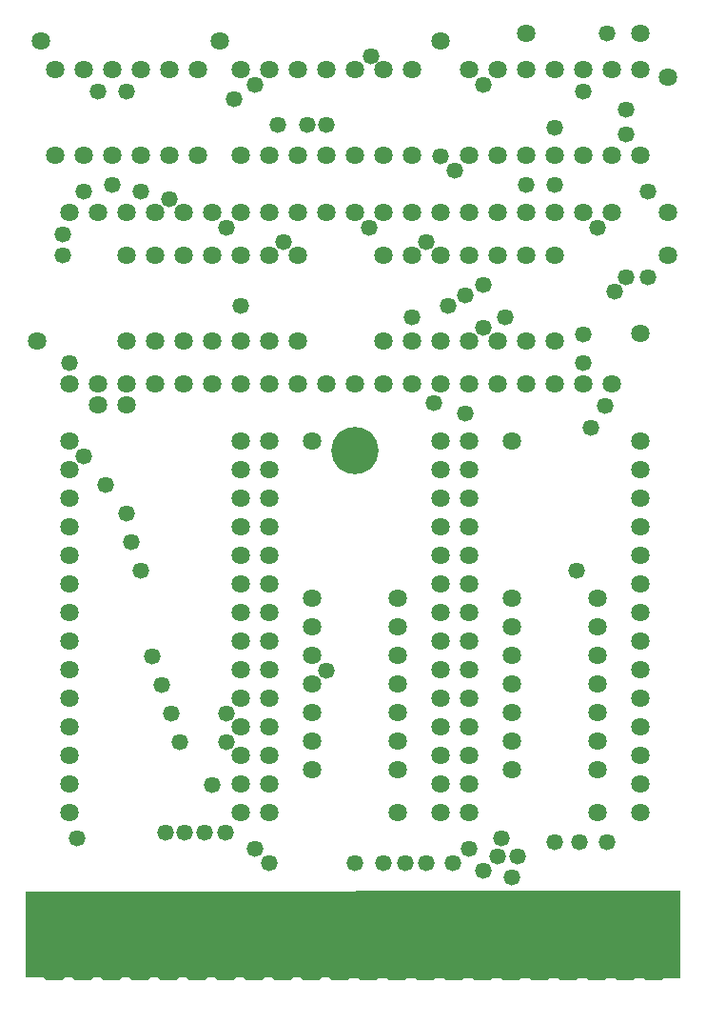
<source format=gbr>
%FSLAX34Y34*%
%MOMM*%
%LNSOLDERMASK_BOTTOM*%
G71*
G01*
%ADD10C,1.630*%
%ADD11C,1.470*%
%ADD12C,4.200*%
%ADD13C,0.600*%
%LPD*%
X63500Y-342000D02*
G54D10*
D03*
X63500Y-322950D02*
G54D10*
D03*
X88900Y-322950D02*
G54D10*
D03*
X114300Y-322950D02*
G54D10*
D03*
X139700Y-322950D02*
G54D10*
D03*
X88900Y-342000D02*
G54D10*
D03*
X165100Y-322950D02*
G54D10*
D03*
X38100Y-322950D02*
G54D10*
D03*
X38100Y-373750D02*
G54D10*
D03*
X190500Y-373750D02*
G54D10*
D03*
X190500Y-399150D02*
G54D10*
D03*
X38100Y-399150D02*
G54D10*
D03*
X190500Y-322950D02*
G54D10*
D03*
X215900Y-322950D02*
G54D10*
D03*
X241300Y-322950D02*
G54D10*
D03*
X266700Y-322950D02*
G54D10*
D03*
X292100Y-322950D02*
G54D10*
D03*
X317500Y-322950D02*
G54D10*
D03*
X342900Y-322950D02*
G54D10*
D03*
X368300Y-322950D02*
G54D10*
D03*
X393700Y-322950D02*
G54D10*
D03*
X419100Y-322950D02*
G54D10*
D03*
X444500Y-322950D02*
G54D10*
D03*
X469900Y-322950D02*
G54D10*
D03*
X495300Y-322950D02*
G54D10*
D03*
X520700Y-322950D02*
G54D10*
D03*
X38100Y-424550D02*
G54D10*
D03*
X38100Y-449950D02*
G54D10*
D03*
X38100Y-475350D02*
G54D10*
D03*
X38100Y-500750D02*
G54D10*
D03*
X38100Y-526150D02*
G54D10*
D03*
X38100Y-551550D02*
G54D10*
D03*
X38100Y-576950D02*
G54D10*
D03*
X38100Y-602350D02*
G54D10*
D03*
X38100Y-627750D02*
G54D10*
D03*
X38100Y-653150D02*
G54D10*
D03*
X38100Y-678550D02*
G54D10*
D03*
X38100Y-703950D02*
G54D10*
D03*
X190500Y-424550D02*
G54D10*
D03*
X190500Y-449950D02*
G54D10*
D03*
X190500Y-475350D02*
G54D10*
D03*
X190500Y-500750D02*
G54D10*
D03*
X190500Y-526150D02*
G54D10*
D03*
X190500Y-551550D02*
G54D10*
D03*
X190500Y-576950D02*
G54D10*
D03*
X190500Y-602350D02*
G54D10*
D03*
X190500Y-627750D02*
G54D10*
D03*
X190500Y-653150D02*
G54D10*
D03*
X190500Y-678550D02*
G54D10*
D03*
X190500Y-703950D02*
G54D10*
D03*
X215900Y-373750D02*
G54D10*
D03*
X215900Y-399150D02*
G54D10*
D03*
X215900Y-424550D02*
G54D10*
D03*
X215900Y-449950D02*
G54D10*
D03*
X215900Y-475350D02*
G54D10*
D03*
X215900Y-500750D02*
G54D10*
D03*
X215900Y-526150D02*
G54D10*
D03*
X215900Y-551550D02*
G54D10*
D03*
X215900Y-576950D02*
G54D10*
D03*
X215900Y-602350D02*
G54D10*
D03*
X215900Y-627750D02*
G54D10*
D03*
X215900Y-653150D02*
G54D10*
D03*
X215900Y-678550D02*
G54D10*
D03*
X215900Y-703950D02*
G54D10*
D03*
X368300Y-373750D02*
G54D10*
D03*
X368300Y-399150D02*
G54D10*
D03*
X368300Y-424550D02*
G54D10*
D03*
X368300Y-449950D02*
G54D10*
D03*
X368300Y-475350D02*
G54D10*
D03*
X368300Y-500750D02*
G54D10*
D03*
X368300Y-526150D02*
G54D10*
D03*
X368300Y-551550D02*
G54D10*
D03*
X368300Y-576950D02*
G54D10*
D03*
X368300Y-602350D02*
G54D10*
D03*
X368300Y-627750D02*
G54D10*
D03*
X368300Y-653150D02*
G54D10*
D03*
X368300Y-678550D02*
G54D10*
D03*
X368300Y-703950D02*
G54D10*
D03*
X393700Y-373750D02*
G54D10*
D03*
X393700Y-399150D02*
G54D10*
D03*
X393700Y-424550D02*
G54D10*
D03*
X393700Y-449950D02*
G54D10*
D03*
X393700Y-475350D02*
G54D10*
D03*
X393700Y-500750D02*
G54D10*
D03*
X393700Y-526150D02*
G54D10*
D03*
X393700Y-551550D02*
G54D10*
D03*
X393700Y-576950D02*
G54D10*
D03*
X393700Y-602350D02*
G54D10*
D03*
X393700Y-627750D02*
G54D10*
D03*
X393700Y-653150D02*
G54D10*
D03*
X393700Y-678550D02*
G54D10*
D03*
X393700Y-703950D02*
G54D10*
D03*
X546100Y-373750D02*
G54D10*
D03*
X546100Y-399150D02*
G54D10*
D03*
X546100Y-424550D02*
G54D10*
D03*
X546100Y-449950D02*
G54D10*
D03*
X546100Y-475350D02*
G54D10*
D03*
X546100Y-500750D02*
G54D10*
D03*
X546100Y-526150D02*
G54D10*
D03*
X546100Y-551550D02*
G54D10*
D03*
X546100Y-576950D02*
G54D10*
D03*
X546100Y-602350D02*
G54D10*
D03*
X546100Y-627750D02*
G54D10*
D03*
X546100Y-653150D02*
G54D10*
D03*
X546100Y-678550D02*
G54D10*
D03*
X546100Y-703950D02*
G54D10*
D03*
X330200Y-703950D02*
G54D10*
D03*
X330200Y-665850D02*
G54D10*
D03*
X330200Y-640450D02*
G54D10*
D03*
X330200Y-615050D02*
G54D10*
D03*
X330200Y-589650D02*
G54D10*
D03*
X254000Y-665850D02*
G54D10*
D03*
X254000Y-640450D02*
G54D10*
D03*
X254000Y-615050D02*
G54D10*
D03*
X254000Y-589650D02*
G54D10*
D03*
X254000Y-564250D02*
G54D10*
D03*
X254000Y-538850D02*
G54D10*
D03*
X330200Y-538850D02*
G54D10*
D03*
X330200Y-564250D02*
G54D10*
D03*
X254000Y-513450D02*
G54D10*
D03*
X330200Y-513450D02*
G54D10*
D03*
X431800Y-513450D02*
G54D10*
D03*
X431800Y-538850D02*
G54D10*
D03*
X431800Y-564250D02*
G54D10*
D03*
X431800Y-589650D02*
G54D10*
D03*
X431800Y-615050D02*
G54D10*
D03*
X431800Y-640450D02*
G54D10*
D03*
X431800Y-665850D02*
G54D10*
D03*
X508000Y-513450D02*
G54D10*
D03*
X508000Y-538850D02*
G54D10*
D03*
X508000Y-564250D02*
G54D10*
D03*
X508000Y-589650D02*
G54D10*
D03*
X508000Y-615050D02*
G54D10*
D03*
X508000Y-640450D02*
G54D10*
D03*
X508000Y-665850D02*
G54D10*
D03*
X9525Y-284850D02*
G54D10*
D03*
X88900Y-284850D02*
G54D10*
D03*
X114300Y-284850D02*
G54D10*
D03*
X139700Y-284850D02*
G54D10*
D03*
X165100Y-284850D02*
G54D10*
D03*
X190500Y-284850D02*
G54D10*
D03*
X215900Y-284850D02*
G54D10*
D03*
X241300Y-284850D02*
G54D10*
D03*
X317500Y-284850D02*
G54D10*
D03*
X342900Y-284850D02*
G54D10*
D03*
X368300Y-284850D02*
G54D10*
D03*
X393700Y-284850D02*
G54D10*
D03*
X419100Y-284850D02*
G54D10*
D03*
X444500Y-284850D02*
G54D10*
D03*
X469900Y-284850D02*
G54D10*
D03*
X546100Y-278500D02*
G54D10*
D03*
X88900Y-208650D02*
G54D10*
D03*
X114300Y-208650D02*
G54D10*
D03*
X139700Y-208650D02*
G54D10*
D03*
X165100Y-208650D02*
G54D10*
D03*
X190500Y-208650D02*
G54D10*
D03*
X215900Y-208650D02*
G54D10*
D03*
X241300Y-208650D02*
G54D10*
D03*
X317500Y-208650D02*
G54D10*
D03*
X342900Y-208650D02*
G54D10*
D03*
X368300Y-208650D02*
G54D10*
D03*
X393700Y-208650D02*
G54D10*
D03*
X419100Y-208650D02*
G54D10*
D03*
X444500Y-208650D02*
G54D10*
D03*
X469900Y-208650D02*
G54D10*
D03*
X570706Y-208650D02*
G54D10*
D03*
X570706Y-170550D02*
G54D10*
D03*
X520700Y-170550D02*
G54D10*
D03*
X254000Y-373750D02*
G54D10*
D03*
X38100Y-170550D02*
G54D10*
D03*
X63500Y-170550D02*
G54D10*
D03*
X88900Y-170550D02*
G54D10*
D03*
X114300Y-170550D02*
G54D10*
D03*
X139700Y-170550D02*
G54D10*
D03*
X165100Y-170550D02*
G54D10*
D03*
X190500Y-170550D02*
G54D10*
D03*
X215900Y-170550D02*
G54D10*
D03*
X241300Y-170550D02*
G54D10*
D03*
X266700Y-170550D02*
G54D10*
D03*
X292100Y-170550D02*
G54D10*
D03*
X317500Y-170550D02*
G54D10*
D03*
X342900Y-170550D02*
G54D10*
D03*
X368300Y-170550D02*
G54D10*
D03*
X393700Y-170550D02*
G54D10*
D03*
X419100Y-170550D02*
G54D10*
D03*
X444500Y-170550D02*
G54D10*
D03*
X469900Y-170550D02*
G54D10*
D03*
X495300Y-170550D02*
G54D10*
D03*
X25400Y-119750D02*
G54D10*
D03*
X50800Y-119750D02*
G54D10*
D03*
X76200Y-119750D02*
G54D10*
D03*
X101600Y-119750D02*
G54D10*
D03*
X127000Y-119750D02*
G54D10*
D03*
X152400Y-119750D02*
G54D10*
D03*
X190500Y-119750D02*
G54D10*
D03*
X215900Y-119750D02*
G54D10*
D03*
X241300Y-119750D02*
G54D10*
D03*
X266700Y-119750D02*
G54D10*
D03*
X292100Y-119750D02*
G54D10*
D03*
X317500Y-119750D02*
G54D10*
D03*
X342900Y-119750D02*
G54D10*
D03*
X393700Y-119750D02*
G54D10*
D03*
X419100Y-119750D02*
G54D10*
D03*
X444500Y-119750D02*
G54D10*
D03*
X469900Y-119750D02*
G54D10*
D03*
X495300Y-119750D02*
G54D10*
D03*
X520700Y-119750D02*
G54D10*
D03*
X546100Y-119750D02*
G54D10*
D03*
X25400Y-43550D02*
G54D10*
D03*
X50800Y-43550D02*
G54D10*
D03*
X76200Y-43550D02*
G54D10*
D03*
X101600Y-43550D02*
G54D10*
D03*
X127000Y-43550D02*
G54D10*
D03*
X152400Y-43550D02*
G54D10*
D03*
X190500Y-43550D02*
G54D10*
D03*
X215900Y-43550D02*
G54D10*
D03*
X241300Y-43550D02*
G54D10*
D03*
X266700Y-43550D02*
G54D10*
D03*
X292100Y-43550D02*
G54D10*
D03*
X317500Y-43550D02*
G54D10*
D03*
X393700Y-43550D02*
G54D10*
D03*
X419100Y-43550D02*
G54D10*
D03*
X444500Y-43550D02*
G54D10*
D03*
X469900Y-43550D02*
G54D10*
D03*
X495300Y-43550D02*
G54D10*
D03*
X520700Y-43550D02*
G54D10*
D03*
X546100Y-43550D02*
G54D10*
D03*
X12700Y-18150D02*
G54D10*
D03*
X171450Y-18150D02*
G54D10*
D03*
X368300Y-18150D02*
G54D10*
D03*
X444500Y-11800D02*
G54D10*
D03*
X546100Y-11800D02*
G54D10*
D03*
X508000Y-703950D02*
G54D10*
D03*
X570706Y-50694D02*
G54D10*
D03*
X63500Y-63500D02*
G54D11*
D03*
X88900Y-63500D02*
G54D11*
D03*
X184150Y-69850D02*
G54D11*
D03*
X203200Y-57150D02*
G54D11*
D03*
X406400Y-57150D02*
G54D11*
D03*
X495300Y-63103D02*
G54D11*
D03*
X342900Y-43550D02*
G54D10*
D03*
X223044Y-92869D02*
G54D11*
D03*
X249238Y-92869D02*
G54D11*
D03*
X266700Y-92869D02*
G54D11*
D03*
X469900Y-95250D02*
G54D11*
D03*
X533400Y-101600D02*
G54D11*
D03*
X533400Y-79375D02*
G54D11*
D03*
X368300Y-120650D02*
G54D11*
D03*
X381000Y-133350D02*
G54D11*
D03*
X444500Y-146050D02*
G54D11*
D03*
X469900Y-146050D02*
G54D11*
D03*
X515938Y-11906D02*
G54D11*
D03*
X50800Y-152400D02*
G54D11*
D03*
X76200Y-146050D02*
G54D11*
D03*
X101600Y-152400D02*
G54D11*
D03*
X127000Y-158750D02*
G54D11*
D03*
X552450Y-152400D02*
G54D11*
D03*
X533400Y-228600D02*
G54D11*
D03*
X552450Y-228600D02*
G54D11*
D03*
X523081Y-241300D02*
G54D11*
D03*
X31750Y-190500D02*
G54D11*
D03*
X177800Y-184150D02*
G54D11*
D03*
X228600Y-196850D02*
G54D11*
D03*
X304800Y-184150D02*
G54D11*
D03*
X355600Y-196850D02*
G54D11*
D03*
X508000Y-184150D02*
G54D11*
D03*
X190500Y-254000D02*
G54D11*
D03*
X342900Y-263525D02*
G54D11*
D03*
X390525Y-244475D02*
G54D11*
D03*
X406400Y-234950D02*
G54D11*
D03*
X374650Y-254000D02*
G54D11*
D03*
X406400Y-273050D02*
G54D11*
D03*
X425450Y-263525D02*
G54D11*
D03*
X306388Y-31750D02*
G54D11*
D03*
X495300Y-279400D02*
G54D11*
D03*
X495300Y-304800D02*
G54D11*
D03*
X514350Y-342900D02*
G54D11*
D03*
X501650Y-361950D02*
G54D11*
D03*
X390525Y-349250D02*
G54D11*
D03*
X361950Y-339725D02*
G54D11*
D03*
X431800Y-373750D02*
G54D10*
D03*
X38100Y-304800D02*
G54D11*
D03*
X50800Y-387350D02*
G54D11*
D03*
X69850Y-412750D02*
G54D11*
D03*
X88900Y-438150D02*
G54D11*
D03*
X92869Y-463550D02*
G54D11*
D03*
X101600Y-488950D02*
G54D11*
D03*
X111919Y-565150D02*
G54D11*
D03*
X119856Y-590550D02*
G54D11*
D03*
X488950Y-488950D02*
G54D11*
D03*
X128191Y-615950D02*
G54D11*
D03*
X136128Y-641350D02*
G54D11*
D03*
X177800Y-615950D02*
G54D11*
D03*
X177800Y-641350D02*
G54D11*
D03*
X165100Y-679450D02*
G54D11*
D03*
X266700Y-577850D02*
G54D11*
D03*
X123031Y-722312D02*
G54D11*
D03*
X140494Y-722312D02*
G54D11*
D03*
X158353Y-722312D02*
G54D11*
D03*
X176609Y-722312D02*
G54D11*
D03*
X44450Y-727075D02*
G54D11*
D03*
X203200Y-736600D02*
G54D11*
D03*
X215900Y-749300D02*
G54D11*
D03*
X292100Y-749300D02*
G54D11*
D03*
X317500Y-749300D02*
G54D11*
D03*
X336550Y-749300D02*
G54D11*
D03*
X355600Y-749300D02*
G54D11*
D03*
X379412Y-749300D02*
G54D11*
D03*
X393700Y-736600D02*
G54D11*
D03*
X406400Y-755650D02*
G54D11*
D03*
X419100Y-742950D02*
G54D11*
D03*
X422275Y-727075D02*
G54D11*
D03*
X431244Y-761365D02*
G54D11*
D03*
X436562Y-742950D02*
G54D11*
D03*
X469900Y-730250D02*
G54D11*
D03*
X491728Y-730250D02*
G54D11*
D03*
X515938Y-730250D02*
G54D11*
D03*
X23999Y-789440D02*
G54D10*
D03*
X292100Y-382191D02*
G54D12*
D03*
G36*
X42862Y-779621D02*
X55562Y-779621D01*
X55562Y-849471D01*
X42862Y-849471D01*
X42862Y-779621D01*
G37*
G54D13*
X42862Y-779621D02*
X55562Y-779621D01*
X55562Y-849471D01*
X42862Y-849471D01*
X42862Y-779621D01*
G36*
X17462Y-779621D02*
X30162Y-779621D01*
X30162Y-849471D01*
X17462Y-849471D01*
X17462Y-779621D01*
G37*
G54D13*
X17462Y-779621D02*
X30162Y-779621D01*
X30162Y-849471D01*
X17462Y-849471D01*
X17462Y-779621D01*
G36*
X68262Y-779621D02*
X80962Y-779621D01*
X80962Y-849471D01*
X68262Y-849471D01*
X68262Y-779621D01*
G37*
G54D13*
X68262Y-779621D02*
X80962Y-779621D01*
X80962Y-849471D01*
X68262Y-849471D01*
X68262Y-779621D01*
G36*
X93662Y-779621D02*
X106362Y-779621D01*
X106362Y-849471D01*
X93662Y-849471D01*
X93662Y-779621D01*
G37*
G54D13*
X93662Y-779621D02*
X106362Y-779621D01*
X106362Y-849471D01*
X93662Y-849471D01*
X93662Y-779621D01*
G36*
X119062Y-779621D02*
X131762Y-779621D01*
X131762Y-849471D01*
X119062Y-849471D01*
X119062Y-779621D01*
G37*
G54D13*
X119062Y-779621D02*
X131762Y-779621D01*
X131762Y-849471D01*
X119062Y-849471D01*
X119062Y-779621D01*
G36*
X144462Y-779621D02*
X157162Y-779621D01*
X157162Y-849471D01*
X144462Y-849471D01*
X144462Y-779621D01*
G37*
G54D13*
X144462Y-779621D02*
X157162Y-779621D01*
X157162Y-849471D01*
X144462Y-849471D01*
X144462Y-779621D01*
G36*
X169862Y-779621D02*
X182562Y-779621D01*
X182562Y-849471D01*
X169862Y-849471D01*
X169862Y-779621D01*
G37*
G54D13*
X169862Y-779621D02*
X182562Y-779621D01*
X182562Y-849471D01*
X169862Y-849471D01*
X169862Y-779621D01*
G36*
X195262Y-779621D02*
X207962Y-779621D01*
X207962Y-849471D01*
X195262Y-849471D01*
X195262Y-779621D01*
G37*
G54D13*
X195262Y-779621D02*
X207962Y-779621D01*
X207962Y-849471D01*
X195262Y-849471D01*
X195262Y-779621D01*
G36*
X220662Y-779621D02*
X233362Y-779621D01*
X233362Y-849471D01*
X220662Y-849471D01*
X220662Y-779621D01*
G37*
G54D13*
X220662Y-779621D02*
X233362Y-779621D01*
X233362Y-849471D01*
X220662Y-849471D01*
X220662Y-779621D01*
G36*
X246062Y-779621D02*
X258762Y-779621D01*
X258762Y-849471D01*
X246062Y-849471D01*
X246062Y-779621D01*
G37*
G54D13*
X246062Y-779621D02*
X258762Y-779621D01*
X258762Y-849471D01*
X246062Y-849471D01*
X246062Y-779621D01*
G36*
X271462Y-779621D02*
X284162Y-779621D01*
X284162Y-849471D01*
X271462Y-849471D01*
X271462Y-779621D01*
G37*
G54D13*
X271462Y-779621D02*
X284162Y-779621D01*
X284162Y-849471D01*
X271462Y-849471D01*
X271462Y-779621D01*
G36*
X296862Y-779621D02*
X309562Y-779621D01*
X309562Y-849471D01*
X296862Y-849471D01*
X296862Y-779621D01*
G37*
G54D13*
X296862Y-779621D02*
X309562Y-779621D01*
X309562Y-849471D01*
X296862Y-849471D01*
X296862Y-779621D01*
G36*
X322262Y-779621D02*
X334962Y-779621D01*
X334962Y-849471D01*
X322262Y-849471D01*
X322262Y-779621D01*
G37*
G54D13*
X322262Y-779621D02*
X334962Y-779621D01*
X334962Y-849471D01*
X322262Y-849471D01*
X322262Y-779621D01*
G36*
X347662Y-779621D02*
X360362Y-779621D01*
X360362Y-849471D01*
X347662Y-849471D01*
X347662Y-779621D01*
G37*
G54D13*
X347662Y-779621D02*
X360362Y-779621D01*
X360362Y-849471D01*
X347662Y-849471D01*
X347662Y-779621D01*
G36*
X373062Y-779621D02*
X385762Y-779621D01*
X385762Y-849471D01*
X373062Y-849471D01*
X373062Y-779621D01*
G37*
G54D13*
X373062Y-779621D02*
X385762Y-779621D01*
X385762Y-849471D01*
X373062Y-849471D01*
X373062Y-779621D01*
G36*
X398462Y-779621D02*
X411162Y-779621D01*
X411162Y-849471D01*
X398462Y-849471D01*
X398462Y-779621D01*
G37*
G54D13*
X398462Y-779621D02*
X411162Y-779621D01*
X411162Y-849471D01*
X398462Y-849471D01*
X398462Y-779621D01*
G36*
X423862Y-779621D02*
X436562Y-779621D01*
X436562Y-849471D01*
X423862Y-849471D01*
X423862Y-779621D01*
G37*
G54D13*
X423862Y-779621D02*
X436562Y-779621D01*
X436562Y-849471D01*
X423862Y-849471D01*
X423862Y-779621D01*
G36*
X449262Y-779621D02*
X461962Y-779621D01*
X461962Y-849471D01*
X449262Y-849471D01*
X449262Y-779621D01*
G37*
G54D13*
X449262Y-779621D02*
X461962Y-779621D01*
X461962Y-849471D01*
X449262Y-849471D01*
X449262Y-779621D01*
G36*
X474662Y-779621D02*
X487362Y-779621D01*
X487362Y-849471D01*
X474662Y-849471D01*
X474662Y-779621D01*
G37*
G54D13*
X474662Y-779621D02*
X487362Y-779621D01*
X487362Y-849471D01*
X474662Y-849471D01*
X474662Y-779621D01*
G36*
X500062Y-779621D02*
X512762Y-779621D01*
X512762Y-849471D01*
X500062Y-849471D01*
X500062Y-779621D01*
G37*
G54D13*
X500062Y-779621D02*
X512762Y-779621D01*
X512762Y-849471D01*
X500062Y-849471D01*
X500062Y-779621D01*
G36*
X525462Y-779621D02*
X538162Y-779621D01*
X538162Y-849471D01*
X525462Y-849471D01*
X525462Y-779621D01*
G37*
G54D13*
X525462Y-779621D02*
X538162Y-779621D01*
X538162Y-849471D01*
X525462Y-849471D01*
X525462Y-779621D01*
G36*
X550862Y-779621D02*
X563562Y-779621D01*
X563562Y-849471D01*
X550862Y-849471D01*
X550862Y-779621D01*
G37*
G54D13*
X550862Y-779621D02*
X563562Y-779621D01*
X563562Y-849471D01*
X550862Y-849471D01*
X550862Y-779621D01*
G36*
X512921Y-779621D02*
X525462Y-779621D01*
X525462Y-798512D01*
X512921Y-798512D01*
X512921Y-779621D01*
G37*
G54D13*
X512921Y-779621D02*
X525462Y-779621D01*
X525462Y-798512D01*
X512921Y-798512D01*
X512921Y-779621D01*
X31750Y-208650D02*
G54D11*
D03*
G36*
X-1191Y-850503D02*
X-1191Y-774303D01*
X581819Y-773906D01*
X581819Y-851297D01*
X-1588Y-850503D01*
X-1191Y-850503D01*
G37*
M02*

</source>
